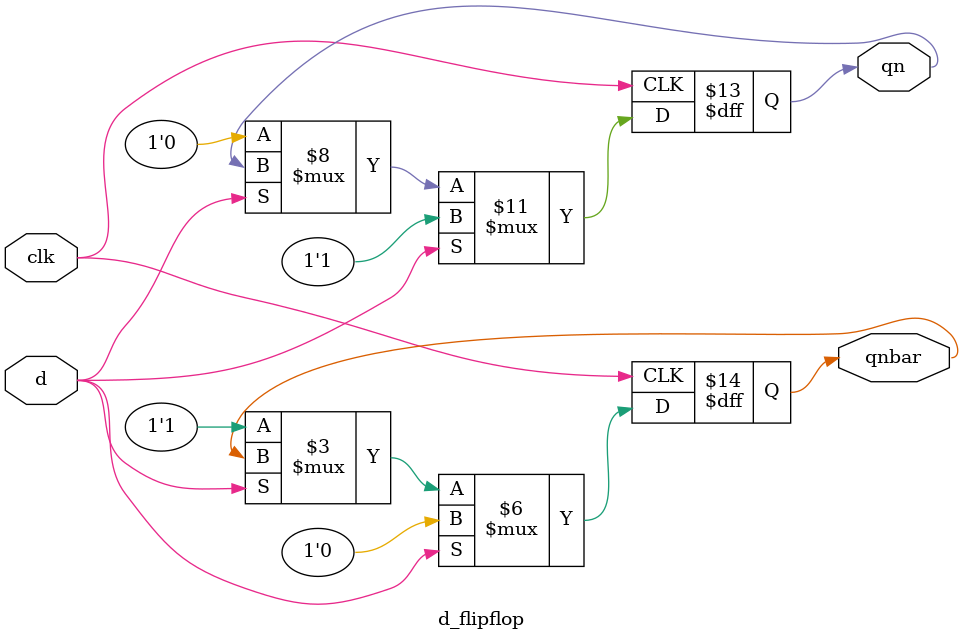
<source format=v>
`timescale 1ns / 1ps
module d_flipflop(d, clk, qn, qnbar);

input wire d, clk;
output reg qn, qnbar;

always @(posedge clk)
begin
    if (d)
    begin
        qn<=1;
        qnbar<=0;
    end
    else if (~d)
    begin
        qn<=0;
        qnbar<=1;
    end
end
endmodule

</source>
